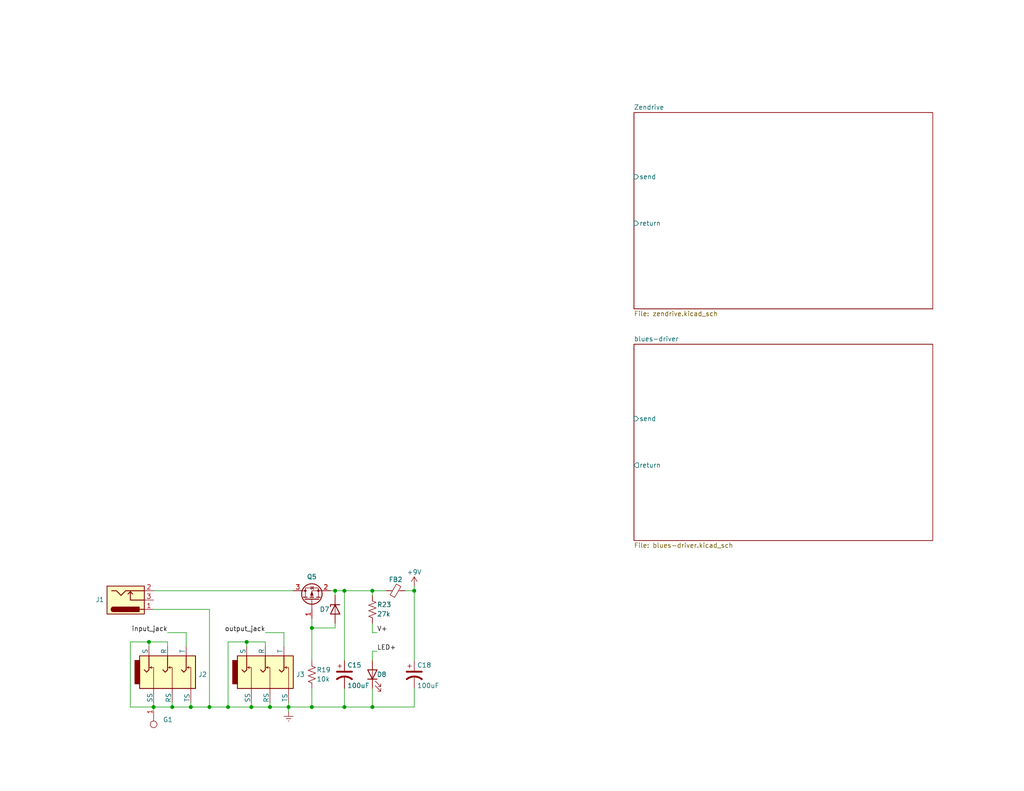
<source format=kicad_sch>
(kicad_sch (version 20250114) (generator "eeschema") (generator_version "9.0")
  (paper "USLetter")
  (title_block (title "Custom Dual Overdrive") (date "2026-01-18") (rev "1.0.0") (company "Bennett Custom Audio"))
  (lib_symbols
    (symbol "BCA Symbol Library:CP_Power" (pin_numbers (hide yes)) (pin_names (offset 0.254) (hide yes))
      (property "Reference" "C" (at 0.635 2.54 0))
      (property "Value" "CP_Power" (at 0.635 -2.54 0))
      (symbol "CP_Power_0_1"
        (polyline (pts (xy -2.032 0.762) (xy 2.032 0.762)) (stroke (width 0.508)))
        (polyline (pts (xy -1.778 2.286) (xy -0.762 2.286)))
        (polyline (pts (xy -1.27 1.778) (xy -1.27 2.794)))
        (arc (start -2.032 -1.27) (mid 0 -0.5572) (end 2.032 -1.27) (stroke (width 0.508)))
      )
      (symbol "CP_Power_1_1"
        (pin passive line (at 0 3.81 270) (length 2.794) (name "~") (number "1"))
        (pin passive line (at 0 -3.81 90) (length 3.302) (name "~") (number "2"))
      )
    )
    (symbol "BCA Symbol Library:R" (pin_numbers (hide yes)) (pin_names (offset 0))
      (property "Reference" "R" (at 0 2.032 0))
      (property "Value" "R" (at 0 -2.54 0))
      (symbol "R_1_1"
        (polyline (pts (xy -2.286 0) (xy -2.54 0)))
        (polyline (pts (xy -2.286 0) (xy -1.905 1.016) (xy -1.524 0) (xy -1.143 -1.016) (xy -0.762 0)))
        (polyline (pts (xy -0.762 0) (xy -0.381 1.016) (xy 0 0) (xy 0.381 -1.016) (xy 0.762 0)))
        (polyline (pts (xy 0.762 0) (xy 1.143 1.016) (xy 1.524 0) (xy 1.905 -1.016) (xy 2.286 0)))
        (polyline (pts (xy 2.286 0) (xy 2.54 0)))
        (pin passive line (at -3.81 0 0) (length 1.27) (name "~") (number "1"))
        (pin passive line (at 3.81 0 180) (length 1.27) (name "~") (number "2"))
      )
    )
    (symbol "Connector:Barrel_Jack_Switch" (pin_names (hide yes))
      (property "Reference" "J" (at 0 5.334 0))
      (property "Value" "Barrel_Jack_Switch" (at 0 -5.08 0))
      (symbol "Barrel_Jack_Switch_0_1"
        (rectangle (start -5.08 3.81) (end 5.08 -3.81) (stroke (width 0.254)) (fill (type background)))
        (polyline (pts (xy -3.81 -2.54) (xy -2.54 -2.54) (xy -1.27 -1.27) (xy 0 -2.54) (xy 2.54 -2.54) (xy 5.08 -2.54)) (stroke (width 0.254)))
        (arc (start -3.302 1.905) (mid -3.9343 2.54) (end -3.302 3.175) (stroke (width 0.254)))
        (arc (start -3.302 1.905) (mid -3.9343 2.54) (end -3.302 3.175) (stroke (width 0.254)) (fill (type outline)))
        (polyline (pts (xy 1.27 -2.286) (xy 1.905 -1.651)) (stroke (width 0.254)))
        (rectangle (start 3.683 3.175) (end -3.302 1.905) (stroke (width 0.254)) (fill (type outline)))
        (polyline (pts (xy 5.08 2.54) (xy 3.81 2.54)) (stroke (width 0.254)))
        (polyline (pts (xy 5.08 0) (xy 1.27 0) (xy 1.27 -2.286) (xy 0.635 -1.651)) (stroke (width 0.254)))
      )
      (symbol "Barrel_Jack_Switch_1_1"
        (pin passive line (at 7.62 2.54 180) (length 2.54) (name "~") (number "1"))
        (pin passive line (at 7.62 0 180) (length 2.54) (name "~") (number "3"))
        (pin passive line (at 7.62 -2.54 180) (length 2.54) (name "~") (number "2"))
      )
    )
    (symbol "Device:D_Zener" (pin_numbers (hide yes)) (pin_names (offset 1.016) (hide yes))
      (property "Reference" "D" (at 0 2.54 0))
      (property "Value" "D_Zener" (at 0 -2.54 0))
      (symbol "D_Zener_0_1"
        (polyline (pts (xy -1.27 -1.27) (xy -1.27 1.27) (xy -0.762 1.27)) (stroke (width 0.254)))
        (polyline (pts (xy 1.27 0) (xy -1.27 0)))
        (polyline (pts (xy 1.27 -1.27) (xy 1.27 1.27) (xy -1.27 0) (xy 1.27 -1.27)) (stroke (width 0.254)))
      )
      (symbol "D_Zener_1_1"
        (pin passive line (at -3.81 0 0) (length 2.54) (name "K") (number "1"))
        (pin passive line (at 3.81 0 180) (length 2.54) (name "A") (number "2"))
      )
    )
    (symbol "Device:FerriteBead_Small" (pin_numbers (hide yes)) (pin_names (offset 0))
      (property "Reference" "FB" (at 1.905 1.27 0))
      (property "Value" "FerriteBead_Small" (at 1.905 -1.27 0))
      (symbol "FerriteBead_Small_0_1"
        (polyline (pts (xy -1.8288 0.2794) (xy -1.1176 1.4986) (xy 1.8288 -0.2032) (xy 1.1176 -1.4224) (xy -1.8288 0.2794)))
        (polyline (pts (xy 0 0.889) (xy 0 1.2954)))
        (polyline (pts (xy 0 -1.27) (xy 0 -0.7874)))
      )
      (symbol "FerriteBead_Small_1_1"
        (pin passive line (at 0 2.54 270) (length 1.27) (name "~") (number "1"))
        (pin passive line (at 0 -2.54 90) (length 1.27) (name "~") (number "2"))
      )
    )
    (symbol "Device:LED" (pin_numbers (hide yes)) (pin_names (offset 1.016) (hide yes))
      (property "Reference" "D" (at 0 2.54 0))
      (property "Value" "LED" (at 0 -2.54 0))
      (symbol "LED_0_1"
        (polyline (pts (xy -3.048 -0.762) (xy -4.572 -2.286) (xy -3.81 -2.286) (xy -4.572 -2.286) (xy -4.572 -1.524)))
        (polyline (pts (xy -1.778 -0.762) (xy -3.302 -2.286) (xy -2.54 -2.286) (xy -3.302 -2.286) (xy -3.302 -1.524)))
        (polyline (pts (xy -1.27 0) (xy 1.27 0)))
        (polyline (pts (xy -1.27 -1.27) (xy -1.27 1.27)) (stroke (width 0.254)))
        (polyline (pts (xy 1.27 -1.27) (xy 1.27 1.27) (xy -1.27 0) (xy 1.27 -1.27)) (stroke (width 0.254)))
      )
      (symbol "LED_1_1"
        (pin passive line (at -3.81 0 0) (length 2.54) (name "K") (number "1"))
        (pin passive line (at 3.81 0 180) (length 2.54) (name "A") (number "2"))
      )
    )
    (symbol "Device:Q_PMOS_GSD" (pin_names (offset 0) (hide yes))
      (property "Reference" "Q" (at 5.08 1.27 0))
      (property "Value" "Q_PMOS_GSD" (at 5.08 -1.27 0))
      (symbol "Q_PMOS_GSD_0_1"
        (polyline (pts (xy 0.254 1.905) (xy 0.254 -1.905)) (stroke (width 0.254)))
        (polyline (pts (xy 0.254 0) (xy -2.54 0)))
        (polyline (pts (xy 0.762 2.286) (xy 0.762 1.27)) (stroke (width 0.254)))
        (polyline (pts (xy 0.762 1.778) (xy 3.302 1.778) (xy 3.302 -1.778) (xy 0.762 -1.778)))
        (polyline (pts (xy 0.762 0.508) (xy 0.762 -0.508)) (stroke (width 0.254)))
        (polyline (pts (xy 0.762 -1.27) (xy 0.762 -2.286)) (stroke (width 0.254)))
        (circle (center 1.651 0) (radius 2.794) (stroke (width 0.254)))
        (polyline (pts (xy 2.286 0) (xy 1.27 0.381) (xy 1.27 -0.381) (xy 2.286 0)) (fill (type outline)))
        (polyline (pts (xy 2.54 2.54) (xy 2.54 1.778)))
        (circle (center 2.54 1.778) (radius 0.254) (fill (type outline)))
        (circle (center 2.54 -1.778) (radius 0.254) (fill (type outline)))
        (polyline (pts (xy 2.54 -2.54) (xy 2.54 0) (xy 0.762 0)))
        (polyline (pts (xy 2.794 -0.508) (xy 2.921 -0.381) (xy 3.683 -0.381) (xy 3.81 -0.254)))
        (polyline (pts (xy 3.302 -0.381) (xy 2.921 0.254) (xy 3.683 0.254) (xy 3.302 -0.381)))
      )
      (symbol "Q_PMOS_GSD_1_1"
        (pin input line (at -5.08 0 0) (length 2.54) (name "G") (number "1"))
        (pin passive line (at 2.54 5.08 270) (length 2.54) (name "D") (number "3"))
        (pin passive line (at 2.54 -5.08 90) (length 2.54) (name "S") (number "2"))
      )
    )
    (symbol "bca-symbols:AudioJack_TRS" (pin_numbers (hide yes)) (pin_names (offset 0))
      (property "Reference" "J" (at -10.16 0 0))
      (symbol "AudioJack_TRS_0_1"
        (rectangle (start -8.89 3.81) (end -7.62 -2.54) (stroke (width 0.254)) (fill (type outline)))
        (rectangle (start -7.62 5.08) (end 7.62 -3.81) (stroke (width 0.254)) (fill (type background)))
        (polyline (pts (xy -5.08 5.08) (xy -5.08 1.27) (xy -5.715 0.635) (xy -6.35 1.27)) (stroke (width 0.254)))
        (polyline (pts (xy -4.826 1.905) (xy -4.318 1.651)))
        (polyline (pts (xy -3.81 -5.08) (xy -3.81 1.905) (xy -4.826 1.905) (xy -4.318 2.159)))
        (polyline (pts (xy -1.27 1.27) (xy -0.635 0.635) (xy 0 1.27) (xy 0 5.08)) (stroke (width 0.254)))
        (polyline (pts (xy 0.254 1.905) (xy 0.762 1.651)))
        (polyline (pts (xy 1.27 -5.08) (xy 1.27 1.905) (xy 0.254 1.905) (xy 0.762 2.159)))
        (polyline (pts (xy 3.81 1.27) (xy 4.445 0.635) (xy 5.08 1.27) (xy 5.08 5.08)) (stroke (width 0.254)))
        (polyline (pts (xy 5.334 1.905) (xy 5.842 1.651)))
        (polyline (pts (xy 6.35 -5.08) (xy 6.35 1.905) (xy 5.334 1.905) (xy 5.842 2.159)))
      )
      (symbol "AudioJack_TRS_1_1"
        (pin passive line (at -5.08 7.62 270) (length 2.54) (name "S") (number "3"))
        (pin passive line (at -3.81 -7.62 90) (length 2.54) (name "SS") (number "6"))
        (pin passive line (at 0 7.62 270) (length 2.54) (name "R") (number "2"))
        (pin passive line (at 1.27 -7.62 90) (length 2.54) (name "RS") (number "5"))
        (pin passive line (at 5.08 7.62 270) (length 2.54) (name "T") (number "1"))
        (pin passive line (at 6.35 -7.62 90) (length 2.54) (name "TS") (number "4"))
      )
    )
    (symbol "bca-symbols:GNDSpring" (pin_names (offset 1.016))
      (property "Reference" "G" (at 0 -6.35 0))
      (symbol "GNDSpring_0_1"
        (polyline (pts (xy 0 0) (xy 0 -2.54)))
        (circle (center 0 -3.4544) (radius 0.9144))
      )
      (symbol "GNDSpring_1_1"
        (pin passive line (at 0 0 90) (length 0) (name "") (number "1"))
      )
    )
    (symbol "power:+9V" (power) (pin_numbers (hide yes)) (pin_names (offset 0) (hide yes))
      (property "Value" "+9V" (at 0 3.556 0))
      (symbol "+9V_0_1"
        (polyline (pts (xy -0.762 1.27) (xy 0 2.54)))
        (polyline (pts (xy 0 2.54) (xy 0.762 1.27)))
        (polyline (pts (xy 0 0) (xy 0 2.54)))
      )
      (symbol "+9V_1_1"
        (pin power_in line (at 0 0 90) (length 0) (name "~") (number "1"))
      )
    )
    (symbol "power:Earth" (power) (pin_names (offset 0))
      (symbol "Earth_0_1"
        (polyline (pts (xy -0.635 -1.905) (xy 0.635 -1.905)))
        (polyline (pts (xy -0.127 -2.54) (xy 0.127 -2.54)))
        (polyline (pts (xy 0 -1.27) (xy 0 0)))
        (polyline (pts (xy 1.27 -1.27) (xy -1.27 -1.27)))
      )
      (symbol "Earth_1_1"
        (pin power_in line (at 0 0 270) (length 0) (hide yes) (name "Earth") (number "1"))
      )
    )
  )
  (junction (at 101.6 193.04))
  (junction (at 67.31 175.26))
  (junction (at 85.09 193.04))
  (junction (at 41.91 193.04))
  (junction (at 78.74 193.04))
  (junction (at 91.44 161.29))
  (junction (at 85.09 171.45))
  (junction (at 57.15 193.04))
  (junction (at 113.03 161.29))
  (junction (at 93.98 161.29))
  (junction (at 93.98 193.04))
  (junction (at 73.66 193.04))
  (junction (at 52.07 193.04))
  (junction (at 101.6 161.29))
  (junction (at 62.23 193.04))
  (junction (at 46.99 193.04))
  (junction (at 40.64 175.26))
  (junction (at 68.58 193.04))
  (wire (pts (xy 101.6 177.8) (xy 101.6 180.34)))
  (wire (pts (xy 91.44 161.29) (xy 91.44 162.56)))
  (wire (pts (xy 41.91 166.37) (xy 57.15 166.37)))
  (wire (pts (xy 62.23 175.26) (xy 67.31 175.26)))
  (wire (pts (xy 78.74 193.04) (xy 73.66 193.04)))
  (wire (pts (xy 85.09 187.96) (xy 85.09 193.04)))
  (wire (pts (xy 67.31 176.53) (xy 67.31 175.26)))
  (wire (pts (xy 45.72 172.72) (xy 50.8 172.72)))
  (wire (pts (xy 101.6 170.18) (xy 101.6 172.72)))
  (wire (pts (xy 41.91 193.04) (xy 35.56 193.04)))
  (wire (pts (xy 101.6 193.04) (xy 113.03 193.04)))
  (wire (pts (xy 57.15 193.04) (xy 62.23 193.04)))
  (wire (pts (xy 91.44 161.29) (xy 93.98 161.29)))
  (wire (pts (xy 52.07 191.77) (xy 52.07 193.04)))
  (wire (pts (xy 46.99 191.77) (xy 46.99 193.04)))
  (wire (pts (xy 102.87 177.8) (xy 101.6 177.8)))
  (wire (pts (xy 57.15 166.37) (xy 57.15 193.04)))
  (wire (pts (xy 102.87 172.72) (xy 101.6 172.72)))
  (wire (pts (xy 93.98 187.96) (xy 93.98 193.04)))
  (wire (pts (xy 93.98 193.04) (xy 101.6 193.04)))
  (wire (pts (xy 40.64 176.53) (xy 40.64 175.26)))
  (wire (pts (xy 85.09 168.91) (xy 85.09 171.45)))
  (wire (pts (xy 101.6 161.29) (xy 101.6 162.56)))
  (wire (pts (xy 113.03 180.34) (xy 113.03 161.29)))
  (wire (pts (xy 68.58 191.77) (xy 68.58 193.04)))
  (wire (pts (xy 93.98 161.29) (xy 93.98 180.34)))
  (wire (pts (xy 101.6 161.29) (xy 105.41 161.29)))
  (wire (pts (xy 52.07 193.04) (xy 46.99 193.04)))
  (wire (pts (xy 93.98 161.29) (xy 101.6 161.29)))
  (wire (pts (xy 78.74 194.31) (xy 78.74 193.04)))
  (wire (pts (xy 77.47 172.72) (xy 77.47 176.53)))
  (wire (pts (xy 113.03 187.96) (xy 113.03 193.04)))
  (wire (pts (xy 40.64 175.26) (xy 45.72 175.26)))
  (wire (pts (xy 110.49 161.29) (xy 113.03 161.29)))
  (wire (pts (xy 90.17 161.29) (xy 91.44 161.29)))
  (wire (pts (xy 41.91 161.29) (xy 80.01 161.29)))
  (wire (pts (xy 91.44 170.18) (xy 91.44 171.45)))
  (wire (pts (xy 45.72 176.53) (xy 45.72 175.26)))
  (wire (pts (xy 78.74 191.77) (xy 78.74 193.04)))
  (wire (pts (xy 35.56 175.26) (xy 40.64 175.26)))
  (wire (pts (xy 41.91 191.77) (xy 41.91 193.04)))
  (wire (pts (xy 72.39 175.26) (xy 72.39 176.53)))
  (wire (pts (xy 85.09 171.45) (xy 91.44 171.45)))
  (wire (pts (xy 73.66 193.04) (xy 68.58 193.04)))
  (wire (pts (xy 85.09 193.04) (xy 93.98 193.04)))
  (wire (pts (xy 35.56 193.04) (xy 35.56 175.26)))
  (wire (pts (xy 50.8 172.72) (xy 50.8 176.53)))
  (wire (pts (xy 78.74 193.04) (xy 85.09 193.04)))
  (wire (pts (xy 46.99 193.04) (xy 41.91 193.04)))
  (wire (pts (xy 67.31 175.26) (xy 72.39 175.26)))
  (wire (pts (xy 62.23 193.04) (xy 62.23 175.26)))
  (wire (pts (xy 73.66 191.77) (xy 73.66 193.04)))
  (wire (pts (xy 68.58 193.04) (xy 62.23 193.04)))
  (wire (pts (xy 72.39 172.72) (xy 77.47 172.72)))
  (wire (pts (xy 41.91 194.31) (xy 41.91 193.04)))
  (wire (pts (xy 85.09 171.45) (xy 85.09 180.34)))
  (wire (pts (xy 101.6 187.96) (xy 101.6 193.04)))
  (wire (pts (xy 52.07 193.04) (xy 57.15 193.04)))
  (wire (pts (xy 113.03 160.02) (xy 113.03 161.29)))
  (label "input_jack" (at 45.72 172.72 180))
  (label "V+" (at 102.87 172.72 0))
  (label "output_jack" (at 72.39 172.72 180))
  (label "LED+" (at 102.87 177.8 0))
  (symbol (lib_id "bca-symbols:AudioJack_TRS") (at 45.72 184.15 0) (unit 1)
    (property "Reference" "J2" (at 54.102 184.15 0) (effects (justify left)))
    (property "Value" "AudioJack_TRS" (effects (hide yes)))
    (property "Footprint" "bca-footprints:Rean_NYS215" (effects (hide yes)))
  )
  (symbol (lib_id "Connector:Barrel_Jack_Switch") (at 34.29 163.83 0) (mirror x) (unit 1)
    (property "Reference" "J1" (at 28.448 163.7284 0) (effects (justify right)))
    (property "Value" "Barrel_Jack_Switch" (effects (hide yes)))
    (property "Footprint" "bca-footprints:DC_Jack_DC005" (effects (hide yes)))
  )
  (symbol (lib_id "bca-symbols:AudioJack_TRS") (at 72.39 184.15 0) (unit 1)
    (property "Reference" "J3" (at 80.772 184.15 0) (effects (justify left)))
    (property "Value" "AudioJack_TRS" (effects (hide yes)))
    (property "Footprint" "bca-footprints:Rean_NYS215" (effects (hide yes)))
  )
  (symbol (lib_id "power:Earth") (at 78.74 194.31 0) (unit 1)
    (property "Reference" "#PWR0101" (effects (hide yes)))
    (property "Value" "Earth" (effects (hide yes)))
  )
  (symbol (lib_id "Device:LED") (at 101.6 184.15 90) (unit 1)
    (property "Reference" "D8" (at 104.14 184.15 90))
    (property "Value" "LED" (effects (hide yes)))
    (property "Footprint" "bca-footprints:LED_D5.0mm" (effects (hide yes)))
    (property "Description" "Light emitting diode" (effects (hide yes)))
  )
  (symbol (lib_id "Device:FerriteBead_Small") (at 107.95 161.29 90) (unit 1)
    (property "Reference" "FB2" (at 107.95 158.242 90))
    (property "Value" "FerriteBead_Small" (effects (hide yes)))
    (property "Footprint" "Inductor_SMD:L_0805_2012Metric_Pad1.15x1.40mm_HandSolder" (effects (hide yes)))
    (property "Description" "Ferrite bead, small symbol" (effects (hide yes)))
  )
  (symbol (lib_id "power:+9V") (at 113.03 160.02 0) (unit 1)
    (property "Reference" "#PWR026" (effects (hide yes)))
    (property "Value" "+9V" (at 113.03 156.21 0))
    (property "Description" "Power symbol creates a global label with name \"+9V\"" (effects (hide yes)))
  )
  (symbol (lib_id "BCA Symbol Library:R") (at 101.6 166.37 90) (unit 1)
    (property "Reference" "R23" (at 102.87 165.1 90) (effects (justify right)))
    (property "Value" "27k" (at 102.87 167.64 90) (effects (justify right)))
    (property "Footprint" "Resistor_SMD:R_0805_2012Metric_Pad1.20x1.40mm_HandSolder" (effects (hide yes)))
    (property "Description" "Resistor, Horizontal" (effects (hide yes)))
  )
  (symbol (lib_id "Device:D_Zener") (at 91.44 166.37 90) (mirror x) (unit 1)
    (property "Reference" "D7" (at 89.916 166.37 90) (effects (justify left)))
    (property "Value" "9V1 Zener" (effects (hide yes)))
    (property "Footprint" "Diode_SMD:D_SOD-323_HandSoldering" (effects (hide yes)))
    (property "Description" "Zener diode" (effects (hide yes)))
  )
  (symbol (lib_id "BCA Symbol Library:R") (at 85.09 184.15 90) (unit 1)
    (property "Reference" "R19" (at 86.36 182.88 90) (effects (justify right)))
    (property "Value" "10k" (at 86.36 185.42 90) (effects (justify right)))
    (property "Footprint" "Resistor_SMD:R_0805_2012Metric_Pad1.20x1.40mm_HandSolder" (effects (hide yes)))
    (property "Description" "Resistor, Horizontal" (effects (hide yes)))
  )
  (symbol (lib_id "Device:Q_PMOS_GSD") (at 85.09 163.83 90) (unit 1)
    (property "Reference" "Q5" (at 85.09 157.48 90))
    (property "Value" "Q_PMOS_GSD" (effects (hide yes)))
    (property "Footprint" "Package_TO_SOT_SMD:SOT-23_Handsoldering" (effects (hide yes)))
    (property "Description" "P-MOSFET transistor, gate/source/drain" (effects (hide yes)))
  )
  (symbol (lib_id "BCA Symbol Library:CP_Power") (at 93.98 184.15 0) (unit 1)
    (property "Reference" "C15" (at 94.742 181.61 0) (effects (justify left)))
    (property "Value" "100uF" (at 94.742 187.198 0) (effects (justify left)))
    (property "Footprint" "bca-footprints:CP_Radial_D6.3mm_P2.50mm" (effects (hide yes)))
    (property "Description" "Polarized capacitor, footprint sized for power rails" (effects (hide yes)))
  )
  (symbol (lib_id "BCA Symbol Library:CP_Power") (at 113.03 184.15 0) (unit 1)
    (property "Reference" "C18" (at 113.792 181.61 0) (effects (justify left)))
    (property "Value" "100uF" (at 113.792 187.198 0) (effects (justify left)))
    (property "Footprint" "bca-footprints:CP_Radial_D6.3mm_P2.50mm" (effects (hide yes)))
    (property "Description" "Polarized capacitor, footprint sized for power rails" (effects (hide yes)))
  )
  (symbol (lib_id "bca-symbols:GNDSpring") (at 41.91 194.31 0) (unit 1)
    (property "Reference" "G1" (at 44.45 196.4944 0) (effects (justify left)))
    (property "Value" "GNDSpring" (effects (hide yes)))
    (property "Footprint" "bca-footprints:Keystone_628" (effects (hide yes)))
  )
  (sheet (at 172.974 30.734) (size 81.534 53.594) (stroke (width 0.1524))
    (property "Sheetname" "Zendrive" (at 172.974 30.0224 0) (effects (justify left bottom)))
    (property "Sheetfile" "zendrive.kicad_sch" (at 172.974 84.9126 0) (effects (justify left top)))
    (pin "return" input (at 172.974 60.96 180))
    (pin "send" input (at 172.974 48.26 180))
  )
  (sheet (at 172.974 93.98) (size 81.534 53.594) (stroke (width 0.1524))
    (property "Sheetname" "blues-driver" (at 172.974 93.2684 0) (effects (justify left bottom)))
    (property "Sheetfile" "blues-driver.kicad_sch" (at 172.974 148.1586 0) (effects (justify left top)))
    (pin "return" output (at 172.974 127 180))
    (pin "send" input (at 172.974 114.3 180))
  )
)
</source>
